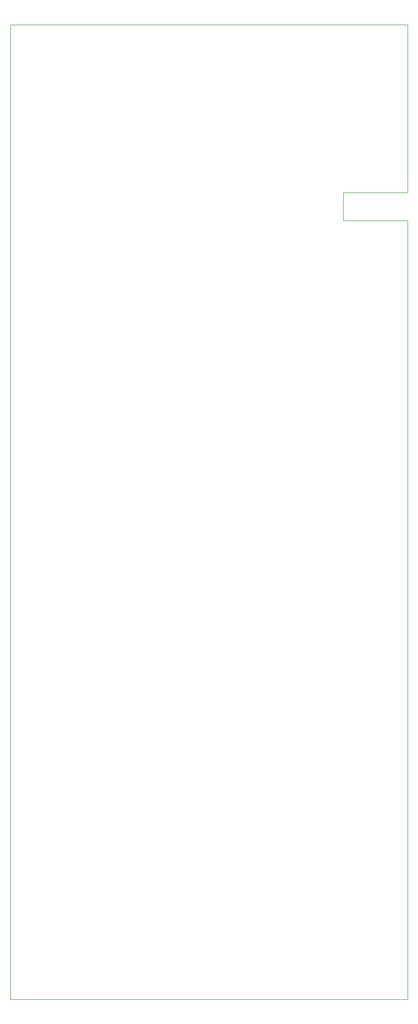
<source format=gm1>
G04 #@! TF.GenerationSoftware,KiCad,Pcbnew,6.0.9-8da3e8f707~116~ubuntu22.04.1*
G04 #@! TF.CreationDate,2022-11-09T09:15:27-05:00*
G04 #@! TF.ProjectId,voltproc_b1,766f6c74-7072-46f6-935f-62312e6b6963,rev?*
G04 #@! TF.SameCoordinates,Original*
G04 #@! TF.FileFunction,Profile,NP*
%FSLAX46Y46*%
G04 Gerber Fmt 4.6, Leading zero omitted, Abs format (unit mm)*
G04 Created by KiCad (PCBNEW 6.0.9-8da3e8f707~116~ubuntu22.04.1) date 2022-11-09 09:15:27*
%MOMM*%
%LPD*%
G01*
G04 APERTURE LIST*
G04 #@! TA.AperFunction,Profile*
%ADD10C,0.100000*%
G04 #@! TD*
G04 APERTURE END LIST*
D10*
X86000000Y-189000000D02*
X15000000Y-189000000D01*
X86000000Y-15000000D02*
X86000000Y-45000000D01*
X74500000Y-50000000D02*
X86000000Y-50000000D01*
X86000000Y-50000000D02*
X86000000Y-189000000D01*
X15000000Y-15000000D02*
X86000000Y-15000000D01*
X74500000Y-45000000D02*
X74500000Y-50000000D01*
X15000000Y-189000000D02*
X15000000Y-15000000D01*
X86000000Y-45000000D02*
X74500000Y-45000000D01*
M02*

</source>
